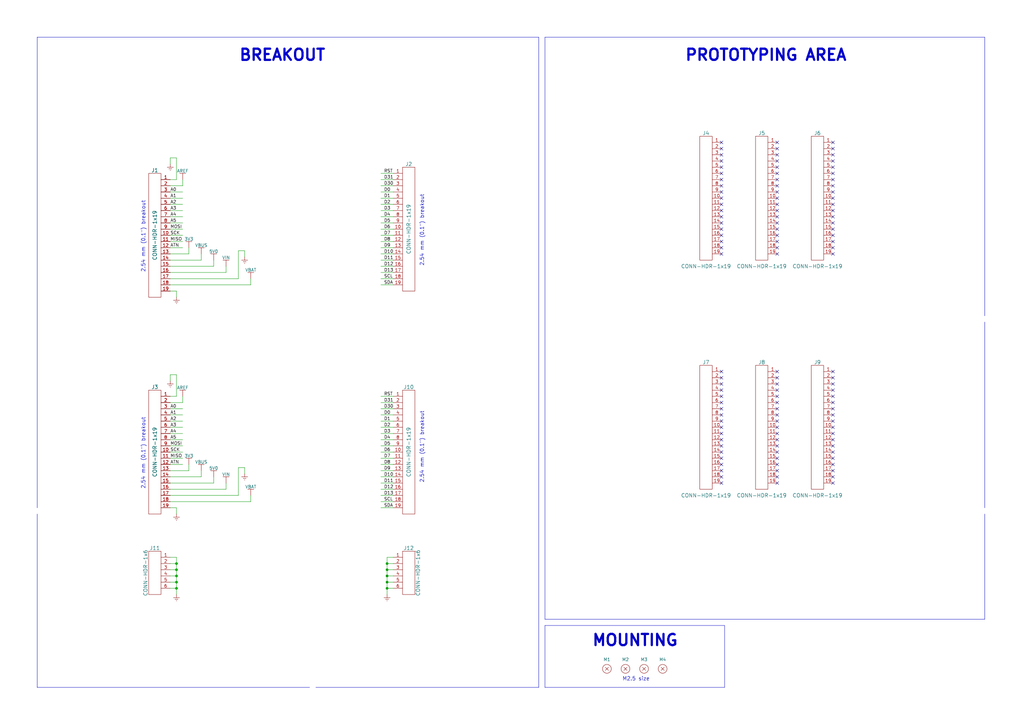
<source format=kicad_sch>
(kicad_sch (version 20230121) (generator eeschema)
  (paper "A3")
  (title_block (title "Mini Ultra Pro Proto Shield") (date "2015-12-13") (rev "0.10") (company "Rocket Scream Electronics"))
  (lib_symbols
    (symbol "MINI-ULTRA-PRO-PROTO-SHIELD-rescue:3V3" (power) (pin_names (offset 0))
      (property "Value" "3V3" (at 0 3.556 0))
      (symbol "3V3_0_1"
        (polyline (pts (xy -1.27 2.54) (xy 1.27 2.54)))
        (polyline (pts (xy 0 0) (xy 0 2.54)))
      )
      (symbol "3V3_1_1"
        (pin power_in line (at 0 0 90) (length 0) hide (name "3V3") (number "1"))
      )
    )
    (symbol "MINI-ULTRA-PRO-PROTO-SHIELD-rescue:5V0" (power) (pin_names (offset 0))
      (property "Value" "5V0" (at 0 3.556 0))
      (symbol "5V0_0_1"
        (polyline (pts (xy -1.27 2.54) (xy 1.27 2.54)))
        (polyline (pts (xy 0 0) (xy 0 2.54)))
      )
      (symbol "5V0_1_1"
        (pin power_in line (at 0 0 90) (length 0) hide (name "5V0") (number "1"))
      )
    )
    (symbol "MINI-ULTRA-PRO-PROTO-SHIELD-rescue:AREF" (power) (pin_names (offset 0))
      (property "Value" "AREF" (at 0 3.556 0))
      (symbol "AREF_0_1"
        (polyline (pts (xy -1.27 2.54) (xy 1.27 2.54)))
        (polyline (pts (xy 0 0) (xy 0 2.54)))
      )
      (symbol "AREF_1_1"
        (pin power_in line (at 0 0 90) (length 0) hide (name "AREF") (number "1"))
      )
    )
    (symbol "MINI-ULTRA-PRO-PROTO-SHIELD-rescue:CONN-HDR-1x19" (pin_names (offset 1.016))
      (property "Reference" "J" (at 0 26.67 0))
      (property "Value" "CONN-HDR-1x19" (at 0 -27.94 0))
      (symbol "CONN-HDR-1x19_0_1"
        (rectangle (start 2.54 25.4) (end -2.54 -25.4))
        (pin input line (at 6.35 20.32 180) (length 3.81) (name "~") (number "2"))
      )
      (symbol "CONN-HDR-1x19_1_1"
        (pin input line (at 6.35 22.86 180) (length 3.81) (name "~") (number "1"))
        (pin input line (at 6.35 0 180) (length 3.81) (name "~") (number "10"))
        (pin input line (at 6.35 -2.54 180) (length 3.81) (name "~") (number "11"))
        (pin input line (at 6.35 -5.08 180) (length 3.81) (name "~") (number "12"))
        (pin input line (at 6.35 -7.62 180) (length 3.81) (name "~") (number "13"))
        (pin input line (at 6.35 -10.16 180) (length 3.81) (name "~") (number "14"))
        (pin passive line (at 6.35 -12.7 180) (length 3.81) (name "~") (number "15"))
        (pin passive line (at 6.35 -15.24 180) (length 3.81) (name "~") (number "16"))
        (pin input line (at 6.35 -17.78 180) (length 3.81) (name "~") (number "17"))
        (pin input line (at 6.35 -20.32 180) (length 3.81) (name "~") (number "18"))
        (pin input line (at 6.35 -22.86 180) (length 3.81) (name "~") (number "19"))
        (pin input line (at 6.35 17.78 180) (length 3.81) (name "~") (number "3"))
        (pin input line (at 6.35 15.24 180) (length 3.81) (name "~") (number "4"))
        (pin input line (at 6.35 12.7 180) (length 3.81) (name "~") (number "5"))
        (pin input line (at 6.35 10.16 180) (length 3.81) (name "~") (number "6"))
        (pin input line (at 6.35 7.62 180) (length 3.81) (name "~") (number "7"))
        (pin input line (at 6.35 5.08 180) (length 3.81) (name "~") (number "8"))
        (pin input line (at 6.35 2.54 180) (length 3.81) (name "~") (number "9"))
      )
    )
    (symbol "MINI-ULTRA-PRO-PROTO-SHIELD-rescue:CONN-HDR-1x6" (pin_names (offset 1.016))
      (property "Reference" "J" (at 0 10.16 0))
      (property "Value" "CONN-HDR-1x6" (at 0 -11.43 0))
      (symbol "CONN-HDR-1x6_0_1"
        (rectangle (start 2.54 8.89) (end -2.54 -8.89))
        (pin input line (at 6.35 3.81 180) (length 3.81) (name "~") (number "2"))
      )
      (symbol "CONN-HDR-1x6_1_1"
        (pin input line (at 6.35 6.35 180) (length 3.81) (name "~") (number "1"))
        (pin input line (at 6.35 1.27 180) (length 3.81) (name "~") (number "3"))
        (pin input line (at 6.35 -1.27 180) (length 3.81) (name "~") (number "4"))
        (pin input line (at 6.35 -3.81 180) (length 3.81) (name "~") (number "5"))
        (pin input line (at 6.35 -6.35 180) (length 3.81) (name "~") (number "6"))
      )
    )
    (symbol "MINI-ULTRA-PRO-PROTO-SHIELD-rescue:GND" (power) (pin_names (offset 0))
      (symbol "GND_0_1"
        (polyline (pts (xy -0.635 -1.905) (xy 0.635 -1.905)))
        (polyline (pts (xy -0.127 -2.54) (xy 0.127 -2.54)))
        (polyline (pts (xy 0 -1.27) (xy 0 0)))
        (polyline (pts (xy 1.27 -1.27) (xy -1.27 -1.27)))
      )
      (symbol "GND_1_1"
        (pin power_in line (at 0 0 270) (length 0) hide (name "GND") (number "1"))
      )
    )
    (symbol "MINI-ULTRA-PRO-PROTO-SHIELD-rescue:MOUNT_HOLE" (pin_names (offset 1.016))
      (property "Reference" "M" (at 0 3.81 0))
      (symbol "MOUNT_HOLE_0_1"
        (polyline (pts (xy 0.635 -0.635) (xy -0.635 0.635)))
        (polyline (pts (xy 0.635 0.635) (xy -0.635 -0.635)))
        (circle (center 0 0) (radius 1.8034))
      )
    )
    (symbol "MINI-ULTRA-PRO-PROTO-SHIELD-rescue:VBAT" (power) (pin_names (offset 0))
      (property "Value" "VBAT" (at 0 3.556 0))
      (symbol "VBAT_0_1"
        (polyline (pts (xy -1.27 2.54) (xy 1.27 2.54)))
        (polyline (pts (xy 0 0) (xy 0 2.54)))
      )
      (symbol "VBAT_1_1"
        (pin power_in line (at 0 0 90) (length 0) hide (name "VBAT") (number "1"))
      )
    )
    (symbol "MINI-ULTRA-PRO-PROTO-SHIELD-rescue:VBUS" (power) (pin_names (offset 0))
      (property "Value" "VBUS" (at 0 3.556 0))
      (symbol "VBUS_0_1"
        (polyline (pts (xy -1.27 2.54) (xy 1.27 2.54)))
        (polyline (pts (xy 0 0) (xy 0 2.54)))
      )
      (symbol "VBUS_1_1"
        (pin power_in line (at 0 0 90) (length 0) hide (name "VBUS") (number "1"))
      )
    )
    (symbol "MINI-ULTRA-PRO-PROTO-SHIELD-rescue:VIN" (power) (pin_names (offset 0))
      (property "Value" "VIN" (at 0 3.556 0))
      (symbol "VIN_0_1"
        (polyline (pts (xy -1.27 2.54) (xy 1.27 2.54)))
        (polyline (pts (xy 0 0) (xy 0 2.54)))
      )
      (symbol "VIN_1_1"
        (pin power_in line (at 0 0 90) (length 0) hide (name "VIN") (number "1"))
      )
    )
  )
  (junction (at 72.39 241.3))
  (junction (at 72.39 236.22))
  (junction (at 72.39 238.76))
  (junction (at 158.75 233.68))
  (junction (at 72.39 231.14))
  (junction (at 72.39 233.68))
  (junction (at 158.75 231.14))
  (junction (at 158.75 236.22))
  (junction (at 158.75 238.76))
  (junction (at 158.75 241.3))
  (no_connect (at 341.63 101.6))
  (no_connect (at 318.77 81.28))
  (no_connect (at 295.91 88.9))
  (no_connect (at 341.63 73.66))
  (no_connect (at 295.91 96.52))
  (no_connect (at 341.63 180.34))
  (no_connect (at 341.63 165.1))
  (no_connect (at 341.63 182.88))
  (no_connect (at 341.63 160.02))
  (no_connect (at 318.77 172.72))
  (no_connect (at 318.77 91.44))
  (no_connect (at 341.63 190.5))
  (no_connect (at 341.63 68.58))
  (no_connect (at 341.63 157.48))
  (no_connect (at 318.77 86.36))
  (no_connect (at 341.63 81.28))
  (no_connect (at 295.91 162.56))
  (no_connect (at 318.77 195.58))
  (no_connect (at 318.77 73.66))
  (no_connect (at 318.77 60.96))
  (no_connect (at 318.77 165.1))
  (no_connect (at 295.91 152.4))
  (no_connect (at 341.63 162.56))
  (no_connect (at 341.63 76.2))
  (no_connect (at 295.91 160.02))
  (no_connect (at 295.91 154.94))
  (no_connect (at 318.77 88.9))
  (no_connect (at 318.77 193.04))
  (no_connect (at 318.77 78.74))
  (no_connect (at 341.63 193.04))
  (no_connect (at 318.77 152.4))
  (no_connect (at 295.91 58.42))
  (no_connect (at 318.77 63.5))
  (no_connect (at 341.63 187.96))
  (no_connect (at 318.77 167.64))
  (no_connect (at 318.77 101.6))
  (no_connect (at 295.91 180.34))
  (no_connect (at 318.77 104.14))
  (no_connect (at 318.77 58.42))
  (no_connect (at 295.91 78.74))
  (no_connect (at 341.63 96.52))
  (no_connect (at 295.91 170.18))
  (no_connect (at 295.91 71.12))
  (no_connect (at 341.63 167.64))
  (no_connect (at 295.91 81.28))
  (no_connect (at 318.77 180.34))
  (no_connect (at 295.91 198.12))
  (no_connect (at 318.77 175.26))
  (no_connect (at 341.63 58.42))
  (no_connect (at 295.91 101.6))
  (no_connect (at 341.63 154.94))
  (no_connect (at 295.91 60.96))
  (no_connect (at 295.91 177.8))
  (no_connect (at 341.63 170.18))
  (no_connect (at 295.91 66.04))
  (no_connect (at 295.91 167.64))
  (no_connect (at 318.77 99.06))
  (no_connect (at 341.63 86.36))
  (no_connect (at 318.77 198.12))
  (no_connect (at 341.63 66.04))
  (no_connect (at 341.63 91.44))
  (no_connect (at 341.63 175.26))
  (no_connect (at 295.91 86.36))
  (no_connect (at 318.77 68.58))
  (no_connect (at 318.77 162.56))
  (no_connect (at 295.91 190.5))
  (no_connect (at 318.77 83.82))
  (no_connect (at 295.91 182.88))
  (no_connect (at 295.91 157.48))
  (no_connect (at 295.91 83.82))
  (no_connect (at 295.91 73.66))
  (no_connect (at 318.77 187.96))
  (no_connect (at 295.91 185.42))
  (no_connect (at 318.77 71.12))
  (no_connect (at 341.63 177.8))
  (no_connect (at 341.63 60.96))
  (no_connect (at 341.63 63.5))
  (no_connect (at 341.63 93.98))
  (no_connect (at 295.91 68.58))
  (no_connect (at 295.91 193.04))
  (no_connect (at 341.63 78.74))
  (no_connect (at 318.77 157.48))
  (no_connect (at 295.91 91.44))
  (no_connect (at 295.91 172.72))
  (no_connect (at 318.77 190.5))
  (no_connect (at 318.77 177.8))
  (no_connect (at 341.63 198.12))
  (no_connect (at 295.91 187.96))
  (no_connect (at 318.77 182.88))
  (no_connect (at 341.63 71.12))
  (no_connect (at 318.77 66.04))
  (no_connect (at 295.91 63.5))
  (no_connect (at 318.77 170.18))
  (no_connect (at 341.63 172.72))
  (no_connect (at 318.77 93.98))
  (no_connect (at 318.77 76.2))
  (no_connect (at 295.91 195.58))
  (no_connect (at 295.91 175.26))
  (no_connect (at 341.63 185.42))
  (no_connect (at 295.91 165.1))
  (no_connect (at 318.77 185.42))
  (no_connect (at 295.91 99.06))
  (no_connect (at 295.91 104.14))
  (no_connect (at 341.63 88.9))
  (no_connect (at 295.91 93.98))
  (no_connect (at 341.63 104.14))
  (no_connect (at 318.77 96.52))
  (no_connect (at 341.63 195.58))
  (no_connect (at 318.77 160.02))
  (no_connect (at 295.91 76.2))
  (no_connect (at 341.63 99.06))
  (no_connect (at 318.77 154.94))
  (no_connect (at 341.63 152.4))
  (no_connect (at 341.63 83.82))
  (wire (pts (xy 161.29 228.6) (xy 158.75 228.6)))
  (wire (pts (xy 74.93 190.5) (xy 69.85 190.5)))
  (wire (pts (xy 74.93 83.82) (xy 69.85 83.82)))
  (wire (pts (xy 69.85 119.38) (xy 72.39 119.38)))
  (wire (pts (xy 158.75 238.76) (xy 158.75 241.3)))
  (wire (pts (xy 69.85 106.68) (xy 82.55 106.68)))
  (wire (pts (xy 72.39 236.22) (xy 72.39 238.76)))
  (wire (pts (xy 72.39 231.14) (xy 72.39 233.68)))
  (wire (pts (xy 72.39 153.67) (xy 69.85 153.67)))
  (wire (pts (xy 161.29 231.14) (xy 158.75 231.14)))
  (wire (pts (xy 156.21 91.44) (xy 161.29 91.44)))
  (polyline (pts (xy 220.98 15.24) (xy 220.98 281.94)))
  (wire (pts (xy 74.93 165.1) (xy 74.93 162.56)))
  (wire (pts (xy 156.21 205.74) (xy 161.29 205.74)))
  (wire (pts (xy 161.29 73.66) (xy 156.21 73.66)))
  (wire (pts (xy 156.21 177.8) (xy 161.29 177.8)))
  (wire (pts (xy 69.85 153.67) (xy 69.85 156.21)))
  (wire (pts (xy 102.87 116.84) (xy 102.87 114.3)))
  (wire (pts (xy 74.93 187.96) (xy 69.85 187.96)))
  (wire (pts (xy 82.55 195.58) (xy 82.55 193.04)))
  (wire (pts (xy 156.21 111.76) (xy 161.29 111.76)))
  (wire (pts (xy 69.85 195.58) (xy 82.55 195.58)))
  (wire (pts (xy 74.93 93.98) (xy 69.85 93.98)))
  (wire (pts (xy 77.47 193.04) (xy 77.47 190.5)))
  (wire (pts (xy 69.85 109.22) (xy 87.63 109.22)))
  (wire (pts (xy 74.93 81.28) (xy 69.85 81.28)))
  (wire (pts (xy 161.29 233.68) (xy 158.75 233.68)))
  (wire (pts (xy 72.39 241.3) (xy 72.39 243.84)))
  (wire (pts (xy 158.75 233.68) (xy 158.75 236.22)))
  (wire (pts (xy 97.79 191.77) (xy 100.33 191.77)))
  (wire (pts (xy 156.21 83.82) (xy 161.29 83.82)))
  (wire (pts (xy 72.39 228.6) (xy 72.39 231.14)))
  (wire (pts (xy 77.47 104.14) (xy 77.47 101.6)))
  (wire (pts (xy 161.29 167.64) (xy 156.21 167.64)))
  (wire (pts (xy 74.93 88.9) (xy 69.85 88.9)))
  (wire (pts (xy 74.93 182.88) (xy 69.85 182.88)))
  (wire (pts (xy 69.85 236.22) (xy 72.39 236.22)))
  (wire (pts (xy 156.21 190.5) (xy 161.29 190.5)))
  (polyline (pts (xy 223.52 256.54) (xy 223.52 281.94)))
  (wire (pts (xy 161.29 238.76) (xy 158.75 238.76)))
  (wire (pts (xy 156.21 172.72) (xy 161.29 172.72)))
  (wire (pts (xy 69.85 167.64) (xy 74.93 167.64)))
  (wire (pts (xy 69.85 175.26) (xy 74.93 175.26)))
  (wire (pts (xy 92.71 111.76) (xy 92.71 109.22)))
  (wire (pts (xy 161.29 76.2) (xy 156.21 76.2)))
  (wire (pts (xy 156.21 81.28) (xy 161.29 81.28)))
  (wire (pts (xy 74.93 101.6) (xy 69.85 101.6)))
  (wire (pts (xy 158.75 228.6) (xy 158.75 231.14)))
  (wire (pts (xy 156.21 180.34) (xy 161.29 180.34)))
  (polyline (pts (xy 220.98 15.24) (xy 15.24 15.24)))
  (polyline (pts (xy 223.52 15.24) (xy 223.52 254)))
  (polyline (pts (xy 220.98 281.94) (xy 129.54 281.94)))
  (wire (pts (xy 69.85 233.68) (xy 72.39 233.68)))
  (wire (pts (xy 97.79 191.77) (xy 97.79 203.2)))
  (wire (pts (xy 69.85 238.76) (xy 72.39 238.76)))
  (wire (pts (xy 72.39 238.76) (xy 72.39 241.3)))
  (wire (pts (xy 156.21 109.22) (xy 161.29 109.22)))
  (wire (pts (xy 156.21 175.26) (xy 161.29 175.26)))
  (wire (pts (xy 69.85 165.1) (xy 74.93 165.1)))
  (polyline (pts (xy 15.24 15.24) (xy 15.24 208.28)))
  (wire (pts (xy 72.39 64.77) (xy 72.39 73.66)))
  (wire (pts (xy 92.71 200.66) (xy 92.71 198.12)))
  (wire (pts (xy 156.21 203.2) (xy 161.29 203.2)))
  (wire (pts (xy 156.21 185.42) (xy 161.29 185.42)))
  (wire (pts (xy 72.39 73.66) (xy 69.85 73.66)))
  (wire (pts (xy 156.21 116.84) (xy 161.29 116.84)))
  (wire (pts (xy 97.79 203.2) (xy 69.85 203.2)))
  (polyline (pts (xy 127 281.94) (xy 15.24 281.94)))
  (wire (pts (xy 72.39 119.38) (xy 72.39 121.92)))
  (wire (pts (xy 158.75 231.14) (xy 158.75 233.68)))
  (wire (pts (xy 74.93 185.42) (xy 69.85 185.42)))
  (wire (pts (xy 156.21 96.52) (xy 161.29 96.52)))
  (polyline (pts (xy 297.18 256.54) (xy 223.52 256.54)))
  (wire (pts (xy 156.21 101.6) (xy 161.29 101.6)))
  (wire (pts (xy 72.39 64.77) (xy 69.85 64.77)))
  (wire (pts (xy 156.21 182.88) (xy 161.29 182.88)))
  (wire (pts (xy 74.93 99.06) (xy 69.85 99.06)))
  (wire (pts (xy 74.93 180.34) (xy 69.85 180.34)))
  (polyline (pts (xy 223.52 15.24) (xy 403.86 15.24)))
  (wire (pts (xy 156.21 99.06) (xy 161.29 99.06)))
  (wire (pts (xy 156.21 106.68) (xy 161.29 106.68)))
  (polyline (pts (xy 403.86 254) (xy 403.86 210.82)))
  (wire (pts (xy 100.33 102.87) (xy 100.33 105.41)))
  (wire (pts (xy 69.85 76.2) (xy 74.93 76.2)))
  (wire (pts (xy 156.21 114.3) (xy 161.29 114.3)))
  (wire (pts (xy 156.21 198.12) (xy 161.29 198.12)))
  (wire (pts (xy 156.21 208.28) (xy 161.29 208.28)))
  (polyline (pts (xy 15.24 281.94) (xy 15.24 210.82)))
  (wire (pts (xy 158.75 236.22) (xy 158.75 238.76)))
  (wire (pts (xy 69.85 208.28) (xy 72.39 208.28)))
  (wire (pts (xy 87.63 109.22) (xy 87.63 106.68)))
  (wire (pts (xy 69.85 205.74) (xy 102.87 205.74)))
  (wire (pts (xy 158.75 241.3) (xy 158.75 243.84)))
  (wire (pts (xy 156.21 187.96) (xy 161.29 187.96)))
  (wire (pts (xy 87.63 198.12) (xy 87.63 195.58)))
  (wire (pts (xy 69.85 231.14) (xy 72.39 231.14)))
  (polyline (pts (xy 403.86 15.24) (xy 403.86 129.54)))
  (wire (pts (xy 97.79 102.87) (xy 97.79 114.3)))
  (wire (pts (xy 69.85 241.3) (xy 72.39 241.3)))
  (wire (pts (xy 161.29 241.3) (xy 158.75 241.3)))
  (wire (pts (xy 69.85 200.66) (xy 92.71 200.66)))
  (polyline (pts (xy 297.18 281.94) (xy 297.18 256.54)))
  (wire (pts (xy 156.21 195.58) (xy 161.29 195.58)))
  (wire (pts (xy 69.85 228.6) (xy 72.39 228.6)))
  (wire (pts (xy 69.85 104.14) (xy 77.47 104.14)))
  (wire (pts (xy 74.93 76.2) (xy 74.93 73.66)))
  (wire (pts (xy 74.93 96.52) (xy 69.85 96.52)))
  (wire (pts (xy 161.29 236.22) (xy 158.75 236.22)))
  (wire (pts (xy 97.79 102.87) (xy 100.33 102.87)))
  (wire (pts (xy 156.21 104.14) (xy 161.29 104.14)))
  (wire (pts (xy 161.29 71.12) (xy 156.21 71.12)))
  (wire (pts (xy 69.85 78.74) (xy 74.93 78.74)))
  (wire (pts (xy 72.39 208.28) (xy 72.39 210.82)))
  (wire (pts (xy 156.21 88.9) (xy 161.29 88.9)))
  (wire (pts (xy 69.85 116.84) (xy 102.87 116.84)))
  (wire (pts (xy 69.85 193.04) (xy 77.47 193.04)))
  (wire (pts (xy 161.29 170.18) (xy 156.21 170.18)))
  (wire (pts (xy 69.85 198.12) (xy 87.63 198.12)))
  (wire (pts (xy 156.21 86.36) (xy 161.29 86.36)))
  (polyline (pts (xy 223.52 281.94) (xy 297.18 281.94)))
  (wire (pts (xy 69.85 111.76) (xy 92.71 111.76)))
  (wire (pts (xy 69.85 64.77) (xy 69.85 67.31)))
  (wire (pts (xy 74.93 170.18) (xy 69.85 170.18)))
  (wire (pts (xy 72.39 233.68) (xy 72.39 236.22)))
  (wire (pts (xy 69.85 86.36) (xy 74.93 86.36)))
  (wire (pts (xy 72.39 162.56) (xy 69.85 162.56)))
  (polyline (pts (xy 223.52 254) (xy 403.86 254)))
  (wire (pts (xy 100.33 191.77) (xy 100.33 194.31)))
  (wire (pts (xy 82.55 106.68) (xy 82.55 104.14)))
  (wire (pts (xy 102.87 205.74) (xy 102.87 203.2)))
  (wire (pts (xy 72.39 153.67) (xy 72.39 162.56)))
  (wire (pts (xy 161.29 162.56) (xy 156.21 162.56)))
  (wire (pts (xy 74.93 177.8) (xy 69.85 177.8)))
  (wire (pts (xy 161.29 165.1) (xy 156.21 165.1)))
  (polyline (pts (xy 403.86 208.28) (xy 403.86 132.08)))
  (wire (pts (xy 156.21 200.66) (xy 161.29 200.66)))
  (wire (pts (xy 74.93 172.72) (xy 69.85 172.72)))
  (wire (pts (xy 156.21 93.98) (xy 161.29 93.98)))
  (wire (pts (xy 156.21 193.04) (xy 161.29 193.04)))
  (wire (pts (xy 161.29 78.74) (xy 156.21 78.74)))
  (wire (pts (xy 97.79 114.3) (xy 69.85 114.3)))
  (wire (pts (xy 74.93 91.44) (xy 69.85 91.44)))
  (text "2.54 mm (0.1\") breakout" (at 59.69 200.66 90) (effects (font (size 1.524 1.524)) (justify left bottom)))
  (text "PROTOTYPING AREA" (at 280.67 25.4 0) (effects (font (size 4.572 4.572) (thickness 0.9144) bold) (justify left bottom)))
  (text "2.54 mm (0.1\") breakout" (at 173.99 109.22 90) (effects (font (size 1.524 1.524)) (justify left bottom)))
  (text "2.54 mm (0.1\") breakout" (at 173.99 198.12 90) (effects (font (size 1.524 1.524)) (justify left bottom)))
  (text "2.54 mm (0.1\") breakout" (at 59.69 111.76 90) (effects (font (size 1.524 1.524)) (justify left bottom)))
  (text "M2.5 size" (at 255.27 279.4 0) (effects (font (size 1.524 1.524)) (justify left bottom)))
  (text "MOUNTING " (at 242.57 265.43 0) (effects (font (size 4.572 4.572) (thickness 0.9144) bold) (justify left bottom)))
  (text "BREAKOUT" (at 97.79 25.4 0) (effects (font (size 4.572 4.572) (thickness 0.9144) bold) (justify left bottom)))
  (label "A3" (at 69.85 175.26 0))
  (label "D9" (at 157.48 193.04 0))
  (label "D12" (at 157.48 200.66 0))
  (label "RST" (at 157.48 162.56 0))
  (label "D11" (at 157.48 106.68 0))
  (label "A4" (at 69.85 88.9 0))
  (label "D0" (at 157.48 170.18 0))
  (label "D30" (at 157.48 167.64 0))
  (label "MISO" (at 69.85 187.96 0))
  (label "D7" (at 157.48 96.52 0))
  (label "SCK" (at 69.85 185.42 0))
  (label "A4" (at 69.85 177.8 0))
  (label "D11" (at 157.48 198.12 0))
  (label "A5" (at 69.85 91.44 0))
  (label "SCK" (at 69.85 96.52 0))
  (label "D13" (at 157.48 111.76 0))
  (label "MISO" (at 69.85 99.06 0))
  (label "D10" (at 157.48 104.14 0))
  (label "D1" (at 157.48 81.28 0))
  (label "MOSI" (at 69.85 182.88 0))
  (label "A1" (at 69.85 81.28 0))
  (label "D6" (at 157.48 93.98 0))
  (label "SCL" (at 157.48 114.3 0))
  (label "ATN" (at 69.85 190.5 0))
  (label "D13" (at 157.48 203.2 0))
  (label "D8" (at 157.48 190.5 0))
  (label "D2" (at 157.48 83.82 0))
  (label "A1" (at 69.85 170.18 0))
  (label "D12" (at 157.48 109.22 0))
  (label "D1" (at 157.48 172.72 0))
  (label "D6" (at 157.48 185.42 0))
  (label "A0" (at 69.85 167.64 0))
  (label "SDA" (at 157.48 208.28 0))
  (label "D3" (at 157.48 177.8 0))
  (label "SDA" (at 157.48 116.84 0))
  (label "D31" (at 157.48 165.1 0))
  (label "D10" (at 157.48 195.58 0))
  (label "D30" (at 157.48 76.2 0))
  (label "D5" (at 157.48 182.88 0))
  (label "A2" (at 69.85 83.82 0))
  (label "RST" (at 157.48 71.12 0))
  (label "D5" (at 157.48 91.44 0))
  (label "SCL" (at 157.48 205.74 0))
  (label "D7" (at 157.48 187.96 0))
  (label "D3" (at 157.48 86.36 0))
  (label "D0" (at 157.48 78.74 0))
  (label "A5" (at 69.85 180.34 0))
  (label "D31" (at 157.48 73.66 0))
  (label "ATN" (at 69.85 101.6 0))
  (label "MOSI" (at 69.85 93.98 0))
  (label "A2" (at 69.85 172.72 0))
  (label "D8" (at 157.48 99.06 0))
  (label "D4" (at 157.48 180.34 0))
  (label "A3" (at 69.85 86.36 0))
  (label "A0" (at 69.85 78.74 0))
  (label "D4" (at 157.48 88.9 0))
  (label "D2" (at 157.48 175.26 0))
  (label "D9" (at 157.48 101.6 0))
  (symbol (lib_id "MINI-ULTRA-PRO-PROTO-SHIELD-rescue:MOUNT_HOLE") (at 248.92 274.32 0) (unit 1)
    (property "Reference" "M1" (at 248.92 270.51 0))
    (property "Value" "MOUNT_HOLE" (effects hide))
    (property "Footprint" "RocketScreamKicadLibrary:HOLE_NPTH_2.2MM" (effects hide))
  )
  (symbol (lib_id "MINI-ULTRA-PRO-PROTO-SHIELD-rescue:MOUNT_HOLE") (at 256.54 274.32 0) (unit 1)
    (property "Reference" "M2" (at 256.54 270.51 0))
    (property "Value" "MOUNT_HOLE" (effects hide))
    (property "Footprint" "RocketScreamKicadLibrary:HOLE_NPTH_2.2MM" (effects hide))
  )
  (symbol (lib_id "MINI-ULTRA-PRO-PROTO-SHIELD-rescue:MOUNT_HOLE") (at 264.16 274.32 0) (unit 1)
    (property "Reference" "M3" (at 264.16 270.51 0))
    (property "Value" "MOUNT_HOLE" (effects hide))
    (property "Footprint" "RocketScreamKicadLibrary:HOLE_NPTH_2.2MM" (effects hide))
  )
  (symbol (lib_id "MINI-ULTRA-PRO-PROTO-SHIELD-rescue:MOUNT_HOLE") (at 271.78 274.32 0) (unit 1)
    (property "Reference" "M4" (at 271.78 270.51 0))
    (property "Value" "MOUNT_HOLE" (effects hide))
    (property "Footprint" "RocketScreamKicadLibrary:HOLE_NPTH_2.2MM" (effects hide))
  )
  (symbol (lib_id "MINI-ULTRA-PRO-PROTO-SHIELD-rescue:AREF") (at 74.93 73.66 0) (unit 1)
    (property "Reference" "#PWR01" (effects hide))
    (property "Value" "AREF" (at 74.93 70.104 0))
  )
  (symbol (lib_id "MINI-ULTRA-PRO-PROTO-SHIELD-rescue:3V3") (at 77.47 101.6 0) (unit 1)
    (property "Reference" "#PWR02" (effects hide))
    (property "Value" "3V3" (at 77.47 98.044 0))
  )
  (symbol (lib_id "MINI-ULTRA-PRO-PROTO-SHIELD-rescue:VBUS") (at 82.55 104.14 0) (unit 1)
    (property "Reference" "#PWR03" (effects hide))
    (property "Value" "VBUS" (at 82.55 100.584 0))
  )
  (symbol (lib_id "MINI-ULTRA-PRO-PROTO-SHIELD-rescue:VIN") (at 92.71 109.22 0) (unit 1)
    (property "Reference" "#PWR04" (effects hide))
    (property "Value" "VIN" (at 92.71 105.664 0))
  )
  (symbol (lib_id "MINI-ULTRA-PRO-PROTO-SHIELD-rescue:GND") (at 100.33 105.41 0) (unit 1)
    (property "Reference" "#PWR05" (effects hide))
    (property "Value" "GND" (effects hide))
  )
  (symbol (lib_id "MINI-ULTRA-PRO-PROTO-SHIELD-rescue:VBAT") (at 102.87 114.3 0) (unit 1)
    (property "Reference" "#PWR06" (effects hide))
    (property "Value" "VBAT" (at 102.87 110.744 0))
  )
  (symbol (lib_id "MINI-ULTRA-PRO-PROTO-SHIELD-rescue:5V0") (at 87.63 106.68 0) (unit 1)
    (property "Reference" "#PWR07" (effects hide))
    (property "Value" "5V0" (at 87.63 103.124 0))
  )
  (symbol (lib_id "MINI-ULTRA-PRO-PROTO-SHIELD-rescue:CONN-HDR-1x19") (at 63.5 96.52 0) (unit 1)
    (property "Reference" "J1" (at 63.5 69.85 0) (effects (font (size 1.524 1.524))))
    (property "Value" "CONN-HDR-1x19" (at 63.5 96.52 90) (effects (font (size 1.524 1.524))))
    (property "Footprint" "RocketScreamKicadLibrary:HDR_1x19_Pitch2.54mm" (effects hide))
  )
  (symbol (lib_id "MINI-ULTRA-PRO-PROTO-SHIELD-rescue:GND") (at 72.39 121.92 0) (unit 1)
    (property "Reference" "#PWR08" (effects hide))
    (property "Value" "GND" (effects hide))
  )
  (symbol (lib_id "MINI-ULTRA-PRO-PROTO-SHIELD-rescue:GND") (at 69.85 67.31 0) (unit 1)
    (property "Reference" "#PWR09" (effects hide))
    (property "Value" "GND" (effects hide))
  )
  (symbol (lib_id "MINI-ULTRA-PRO-PROTO-SHIELD-rescue:CONN-HDR-1x19") (at 167.64 93.98 0) (mirror y) (unit 1)
    (property "Reference" "J2" (at 167.64 67.31 0) (effects (font (size 1.524 1.524))))
    (property "Value" "CONN-HDR-1x19" (at 167.64 93.98 90) (effects (font (size 1.524 1.524))))
    (property "Footprint" "RocketScreamKicadLibrary:HDR_1x19_Pitch2.54mm" (effects hide))
  )
  (symbol (lib_id "MINI-ULTRA-PRO-PROTO-SHIELD-rescue:CONN-HDR-1x19") (at 63.5 185.42 0) (unit 1)
    (property "Reference" "J3" (at 63.5 158.75 0) (effects (font (size 1.524 1.524))))
    (property "Value" "CONN-HDR-1x19" (at 63.5 185.42 90) (effects (font (size 1.524 1.524))))
    (property "Footprint" "RocketScreamKicadLibrary:HDR_1x19_Pitch2.54mm" (effects hide))
  )
  (symbol (lib_id "MINI-ULTRA-PRO-PROTO-SHIELD-rescue:CONN-HDR-1x19") (at 289.56 81.28 0) (unit 1)
    (property "Reference" "J4" (at 289.56 54.61 0) (effects (font (size 1.524 1.524))))
    (property "Value" "CONN-HDR-1x19" (at 289.56 109.22 0) (effects (font (size 1.524 1.524))))
    (property "Footprint" "RocketScreamKicadLibrary:HDR_1x19_Pitch2.54mm_WithoutSilk" (effects hide))
  )
  (symbol (lib_id "MINI-ULTRA-PRO-PROTO-SHIELD-rescue:CONN-HDR-1x19") (at 312.42 81.28 0) (unit 1)
    (property "Reference" "J5" (at 312.42 54.61 0) (effects (font (size 1.524 1.524))))
    (property "Value" "CONN-HDR-1x19" (at 312.42 109.22 0) (effects (font (size 1.524 1.524))))
    (property "Footprint" "RocketScreamKicadLibrary:HDR_1x19_Pitch2.54mm_WithoutSilk" (effects hide))
  )
  (symbol (lib_id "MINI-ULTRA-PRO-PROTO-SHIELD-rescue:CONN-HDR-1x19") (at 335.28 81.28 0) (unit 1)
    (property "Reference" "J6" (at 335.28 54.61 0) (effects (font (size 1.524 1.524))))
    (property "Value" "CONN-HDR-1x19" (at 335.28 109.22 0) (effects (font (size 1.524 1.524))))
    (property "Footprint" "RocketScreamKicadLibrary:HDR_1x19_Pitch2.54mm_WithoutSilk" (effects hide))
  )
  (symbol (lib_id "MINI-ULTRA-PRO-PROTO-SHIELD-rescue:CONN-HDR-1x19") (at 289.56 175.26 0) (unit 1)
    (property "Reference" "J7" (at 289.56 148.59 0) (effects (font (size 1.524 1.524))))
    (property "Value" "CONN-HDR-1x19" (at 289.56 203.2 0) (effects (font (size 1.524 1.524))))
    (property "Footprint" "RocketScreamKicadLibrary:HDR_1x19_Pitch2.54mm_WithoutSilk" (effects hide))
  )
  (symbol (lib_id "MINI-ULTRA-PRO-PROTO-SHIELD-rescue:CONN-HDR-1x19") (at 312.42 175.26 0) (unit 1)
    (property "Reference" "J8" (at 312.42 148.59 0) (effects (font (size 1.524 1.524))))
    (property "Value" "CONN-HDR-1x19" (at 312.42 203.2 0) (effects (font (size 1.524 1.524))))
    (property "Footprint" "RocketScreamKicadLibrary:HDR_1x19_Pitch2.54mm_WithoutSilk" (effects hide))
  )
  (symbol (lib_id "MINI-ULTRA-PRO-PROTO-SHIELD-rescue:CONN-HDR-1x19") (at 335.28 175.26 0) (unit 1)
    (property "Reference" "J9" (at 335.28 148.59 0) (effects (font (size 1.524 1.524))))
    (property "Value" "CONN-HDR-1x19" (at 335.28 203.2 0) (effects (font (size 1.524 1.524))))
    (property "Footprint" "RocketScreamKicadLibrary:HDR_1x19_Pitch2.54mm_WithoutSilk" (effects hide))
  )
  (symbol (lib_id "MINI-ULTRA-PRO-PROTO-SHIELD-rescue:CONN-HDR-1x19") (at 167.64 185.42 0) (mirror y) (unit 1)
    (property "Reference" "J10" (at 167.64 158.75 0) (effects (font (size 1.524 1.524))))
    (property "Value" "CONN-HDR-1x19" (at 167.64 185.42 90) (effects (font (size 1.524 1.524))))
    (property "Footprint" "RocketScreamKicadLibrary:HDR_1x19_Pitch2.54mm" (effects hide))
  )
  (symbol (lib_id "MINI-ULTRA-PRO-PROTO-SHIELD-rescue:AREF") (at 74.93 162.56 0) (unit 1)
    (property "Reference" "#PWR010" (effects hide))
    (property "Value" "AREF" (at 74.93 159.004 0))
  )
  (symbol (lib_id "MINI-ULTRA-PRO-PROTO-SHIELD-rescue:3V3") (at 77.47 190.5 0) (unit 1)
    (property "Reference" "#PWR011" (effects hide))
    (property "Value" "3V3" (at 77.47 186.944 0))
  )
  (symbol (lib_id "MINI-ULTRA-PRO-PROTO-SHIELD-rescue:VBUS") (at 82.55 193.04 0) (unit 1)
    (property "Reference" "#PWR012" (effects hide))
    (property "Value" "VBUS" (at 82.55 189.484 0))
  )
  (symbol (lib_id "MINI-ULTRA-PRO-PROTO-SHIELD-rescue:VIN") (at 92.71 198.12 0) (unit 1)
    (property "Reference" "#PWR013" (effects hide))
    (property "Value" "VIN" (at 92.71 194.564 0))
  )
  (symbol (lib_id "MINI-ULTRA-PRO-PROTO-SHIELD-rescue:GND") (at 100.33 194.31 0) (unit 1)
    (property "Reference" "#PWR014" (effects hide))
    (property "Value" "GND" (effects hide))
  )
  (symbol (lib_id "MINI-ULTRA-PRO-PROTO-SHIELD-rescue:VBAT") (at 102.87 203.2 0) (unit 1)
    (property "Reference" "#PWR015" (effects hide))
    (property "Value" "VBAT" (at 102.87 199.644 0))
  )
  (symbol (lib_id "MINI-ULTRA-PRO-PROTO-SHIELD-rescue:5V0") (at 87.63 195.58 0) (unit 1)
    (property "Reference" "#PWR016" (effects hide))
    (property "Value" "5V0" (at 87.63 192.024 0))
  )
  (symbol (lib_id "MINI-ULTRA-PRO-PROTO-SHIELD-rescue:GND") (at 72.39 210.82 0) (unit 1)
    (property "Reference" "#PWR017" (effects hide))
    (property "Value" "GND" (effects hide))
  )
  (symbol (lib_id "MINI-ULTRA-PRO-PROTO-SHIELD-rescue:GND") (at 69.85 156.21 0) (unit 1)
    (property "Reference" "#PWR018" (effects hide))
    (property "Value" "GND" (effects hide))
  )
  (symbol (lib_id "MINI-ULTRA-PRO-PROTO-SHIELD-rescue:CONN-HDR-1x6") (at 63.5 234.95 0) (unit 1)
    (property "Reference" "J11" (at 63.5 224.79 0) (effects (font (size 1.524 1.524))))
    (property "Value" "CONN-HDR-1x6" (at 59.69 234.95 90) (effects (font (size 1.524 1.524))))
    (property "Footprint" "RocketScreamKicadLibrary:HDR_1x6_Pitch2.54mm_WithoutSilk" (effects hide))
  )
  (symbol (lib_id "MINI-ULTRA-PRO-PROTO-SHIELD-rescue:GND") (at 72.39 243.84 0) (unit 1)
    (property "Reference" "#PWR019" (effects hide))
    (property "Value" "GND" (effects hide))
  )
  (symbol (lib_id "MINI-ULTRA-PRO-PROTO-SHIELD-rescue:CONN-HDR-1x6") (at 167.64 234.95 0) (mirror y) (unit 1)
    (property "Reference" "J12" (at 167.64 224.79 0) (effects (font (size 1.524 1.524))))
    (property "Value" "CONN-HDR-1x6" (at 171.45 234.95 90) (effects (font (size 1.524 1.524))))
    (property "Footprint" "RocketScreamKicadLibrary:HDR_1x6_Pitch2.54mm_WithoutSilk" (effects hide))
  )
  (symbol (lib_id "MINI-ULTRA-PRO-PROTO-SHIELD-rescue:GND") (at 158.75 243.84 0) (unit 1)
    (property "Reference" "#PWR020" (effects hide))
    (property "Value" "GND" (effects hide))
  )
)
</source>
